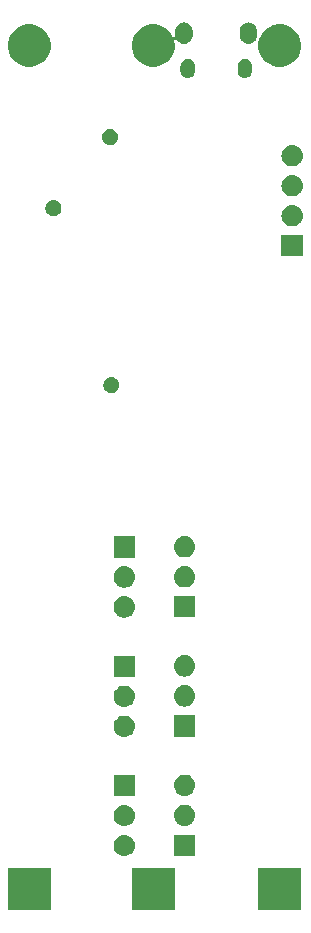
<source format=gbr>
G04 #@! TF.GenerationSoftware,KiCad,Pcbnew,(5.1.4)-1*
G04 #@! TF.CreationDate,2021-01-27T11:02:31-06:00*
G04 #@! TF.ProjectId,ULPSoilMonitor,554c5053-6f69-46c4-9d6f-6e69746f722e,v2.2*
G04 #@! TF.SameCoordinates,Original*
G04 #@! TF.FileFunction,Soldermask,Bot*
G04 #@! TF.FilePolarity,Negative*
%FSLAX46Y46*%
G04 Gerber Fmt 4.6, Leading zero omitted, Abs format (unit mm)*
G04 Created by KiCad (PCBNEW (5.1.4)-1) date 2021-01-27 11:02:31*
%MOMM*%
%LPD*%
G04 APERTURE LIST*
%ADD10C,0.100000*%
G04 APERTURE END LIST*
D10*
G36*
X43251000Y-103951000D02*
G01*
X39649000Y-103951000D01*
X39649000Y-100349000D01*
X43251000Y-100349000D01*
X43251000Y-103951000D01*
X43251000Y-103951000D01*
G37*
G36*
X53751000Y-103951000D02*
G01*
X50149000Y-103951000D01*
X50149000Y-100349000D01*
X53751000Y-100349000D01*
X53751000Y-103951000D01*
X53751000Y-103951000D01*
G37*
G36*
X64451000Y-103951000D02*
G01*
X60849000Y-103951000D01*
X60849000Y-100349000D01*
X64451000Y-100349000D01*
X64451000Y-103951000D01*
X64451000Y-103951000D01*
G37*
G36*
X49610443Y-97585519D02*
G01*
X49676627Y-97592037D01*
X49846466Y-97643557D01*
X50002991Y-97727222D01*
X50038729Y-97756552D01*
X50140186Y-97839814D01*
X50223448Y-97941271D01*
X50252778Y-97977009D01*
X50336443Y-98133534D01*
X50387963Y-98303373D01*
X50405359Y-98480000D01*
X50387963Y-98656627D01*
X50336443Y-98826466D01*
X50252778Y-98982991D01*
X50223448Y-99018729D01*
X50140186Y-99120186D01*
X50038729Y-99203448D01*
X50002991Y-99232778D01*
X49846466Y-99316443D01*
X49676627Y-99367963D01*
X49610442Y-99374482D01*
X49544260Y-99381000D01*
X49455740Y-99381000D01*
X49389558Y-99374482D01*
X49323373Y-99367963D01*
X49153534Y-99316443D01*
X48997009Y-99232778D01*
X48961271Y-99203448D01*
X48859814Y-99120186D01*
X48776552Y-99018729D01*
X48747222Y-98982991D01*
X48663557Y-98826466D01*
X48612037Y-98656627D01*
X48594641Y-98480000D01*
X48612037Y-98303373D01*
X48663557Y-98133534D01*
X48747222Y-97977009D01*
X48776552Y-97941271D01*
X48859814Y-97839814D01*
X48961271Y-97756552D01*
X48997009Y-97727222D01*
X49153534Y-97643557D01*
X49323373Y-97592037D01*
X49389557Y-97585519D01*
X49455740Y-97579000D01*
X49544260Y-97579000D01*
X49610443Y-97585519D01*
X49610443Y-97585519D01*
G37*
G36*
X55501000Y-99351000D02*
G01*
X53699000Y-99351000D01*
X53699000Y-97549000D01*
X55501000Y-97549000D01*
X55501000Y-99351000D01*
X55501000Y-99351000D01*
G37*
G36*
X49610442Y-95045518D02*
G01*
X49676627Y-95052037D01*
X49846466Y-95103557D01*
X50002991Y-95187222D01*
X50038729Y-95216552D01*
X50140186Y-95299814D01*
X50223448Y-95401271D01*
X50252778Y-95437009D01*
X50252779Y-95437011D01*
X50320407Y-95563532D01*
X50336443Y-95593534D01*
X50387963Y-95763373D01*
X50405359Y-95940000D01*
X50387963Y-96116627D01*
X50336443Y-96286466D01*
X50252778Y-96442991D01*
X50223448Y-96478729D01*
X50140186Y-96580186D01*
X50039546Y-96662778D01*
X50002991Y-96692778D01*
X50002989Y-96692779D01*
X49902594Y-96746442D01*
X49846466Y-96776443D01*
X49676627Y-96827963D01*
X49610442Y-96834482D01*
X49544260Y-96841000D01*
X49455740Y-96841000D01*
X49389558Y-96834482D01*
X49323373Y-96827963D01*
X49153534Y-96776443D01*
X49097407Y-96746442D01*
X48997011Y-96692779D01*
X48997009Y-96692778D01*
X48960454Y-96662778D01*
X48859814Y-96580186D01*
X48776552Y-96478729D01*
X48747222Y-96442991D01*
X48663557Y-96286466D01*
X48612037Y-96116627D01*
X48594641Y-95940000D01*
X48612037Y-95763373D01*
X48663557Y-95593534D01*
X48679594Y-95563532D01*
X48747221Y-95437011D01*
X48747222Y-95437009D01*
X48776552Y-95401271D01*
X48859814Y-95299814D01*
X48961271Y-95216552D01*
X48997009Y-95187222D01*
X49153534Y-95103557D01*
X49323373Y-95052037D01*
X49389558Y-95045518D01*
X49455740Y-95039000D01*
X49544260Y-95039000D01*
X49610442Y-95045518D01*
X49610442Y-95045518D01*
G37*
G36*
X54710443Y-95015519D02*
G01*
X54776627Y-95022037D01*
X54946466Y-95073557D01*
X54946468Y-95073558D01*
X55024729Y-95115390D01*
X55102991Y-95157222D01*
X55138729Y-95186552D01*
X55240186Y-95269814D01*
X55323448Y-95371271D01*
X55352778Y-95407009D01*
X55436443Y-95563534D01*
X55487963Y-95733373D01*
X55505359Y-95910000D01*
X55487963Y-96086627D01*
X55436443Y-96256466D01*
X55436442Y-96256468D01*
X55394610Y-96334729D01*
X55352778Y-96412991D01*
X55328159Y-96442989D01*
X55240186Y-96550186D01*
X55138729Y-96633448D01*
X55102991Y-96662778D01*
X54946466Y-96746443D01*
X54776627Y-96797963D01*
X54710442Y-96804482D01*
X54644260Y-96811000D01*
X54555740Y-96811000D01*
X54489558Y-96804482D01*
X54423373Y-96797963D01*
X54253534Y-96746443D01*
X54097009Y-96662778D01*
X54061271Y-96633448D01*
X53959814Y-96550186D01*
X53871841Y-96442989D01*
X53847222Y-96412991D01*
X53805389Y-96334728D01*
X53763558Y-96256468D01*
X53763557Y-96256466D01*
X53712037Y-96086627D01*
X53694641Y-95910000D01*
X53712037Y-95733373D01*
X53763557Y-95563534D01*
X53847222Y-95407009D01*
X53876552Y-95371271D01*
X53959814Y-95269814D01*
X54061271Y-95186552D01*
X54097009Y-95157222D01*
X54175271Y-95115390D01*
X54253532Y-95073558D01*
X54253534Y-95073557D01*
X54423373Y-95022037D01*
X54489557Y-95015519D01*
X54555740Y-95009000D01*
X54644260Y-95009000D01*
X54710443Y-95015519D01*
X54710443Y-95015519D01*
G37*
G36*
X50401000Y-94301000D02*
G01*
X48599000Y-94301000D01*
X48599000Y-92499000D01*
X50401000Y-92499000D01*
X50401000Y-94301000D01*
X50401000Y-94301000D01*
G37*
G36*
X54710442Y-92475518D02*
G01*
X54776627Y-92482037D01*
X54946466Y-92533557D01*
X55102991Y-92617222D01*
X55138729Y-92646552D01*
X55240186Y-92729814D01*
X55323448Y-92831271D01*
X55352778Y-92867009D01*
X55436443Y-93023534D01*
X55487963Y-93193373D01*
X55505359Y-93370000D01*
X55487963Y-93546627D01*
X55436443Y-93716466D01*
X55352778Y-93872991D01*
X55323448Y-93908729D01*
X55240186Y-94010186D01*
X55138729Y-94093448D01*
X55102991Y-94122778D01*
X54946466Y-94206443D01*
X54776627Y-94257963D01*
X54710443Y-94264481D01*
X54644260Y-94271000D01*
X54555740Y-94271000D01*
X54489557Y-94264481D01*
X54423373Y-94257963D01*
X54253534Y-94206443D01*
X54097009Y-94122778D01*
X54061271Y-94093448D01*
X53959814Y-94010186D01*
X53876552Y-93908729D01*
X53847222Y-93872991D01*
X53763557Y-93716466D01*
X53712037Y-93546627D01*
X53694641Y-93370000D01*
X53712037Y-93193373D01*
X53763557Y-93023534D01*
X53847222Y-92867009D01*
X53876552Y-92831271D01*
X53959814Y-92729814D01*
X54061271Y-92646552D01*
X54097009Y-92617222D01*
X54253534Y-92533557D01*
X54423373Y-92482037D01*
X54489558Y-92475518D01*
X54555740Y-92469000D01*
X54644260Y-92469000D01*
X54710442Y-92475518D01*
X54710442Y-92475518D01*
G37*
G36*
X49610442Y-87485518D02*
G01*
X49676627Y-87492037D01*
X49846466Y-87543557D01*
X50002991Y-87627222D01*
X50038729Y-87656552D01*
X50140186Y-87739814D01*
X50223448Y-87841271D01*
X50252778Y-87877009D01*
X50336443Y-88033534D01*
X50387963Y-88203373D01*
X50405359Y-88380000D01*
X50387963Y-88556627D01*
X50336443Y-88726466D01*
X50252778Y-88882991D01*
X50223448Y-88918729D01*
X50140186Y-89020186D01*
X50038729Y-89103448D01*
X50002991Y-89132778D01*
X49846466Y-89216443D01*
X49676627Y-89267963D01*
X49610442Y-89274482D01*
X49544260Y-89281000D01*
X49455740Y-89281000D01*
X49389558Y-89274482D01*
X49323373Y-89267963D01*
X49153534Y-89216443D01*
X48997009Y-89132778D01*
X48961271Y-89103448D01*
X48859814Y-89020186D01*
X48776552Y-88918729D01*
X48747222Y-88882991D01*
X48663557Y-88726466D01*
X48612037Y-88556627D01*
X48594641Y-88380000D01*
X48612037Y-88203373D01*
X48663557Y-88033534D01*
X48747222Y-87877009D01*
X48776552Y-87841271D01*
X48859814Y-87739814D01*
X48961271Y-87656552D01*
X48997009Y-87627222D01*
X49153534Y-87543557D01*
X49323373Y-87492037D01*
X49389558Y-87485518D01*
X49455740Y-87479000D01*
X49544260Y-87479000D01*
X49610442Y-87485518D01*
X49610442Y-87485518D01*
G37*
G36*
X55501000Y-89251800D02*
G01*
X53699000Y-89251800D01*
X53699000Y-87449800D01*
X55501000Y-87449800D01*
X55501000Y-89251800D01*
X55501000Y-89251800D01*
G37*
G36*
X49610442Y-84945518D02*
G01*
X49676627Y-84952037D01*
X49846466Y-85003557D01*
X50002991Y-85087222D01*
X50038729Y-85116552D01*
X50140186Y-85199814D01*
X50223448Y-85301271D01*
X50252778Y-85337009D01*
X50336443Y-85493534D01*
X50387963Y-85663373D01*
X50405359Y-85840000D01*
X50387963Y-86016627D01*
X50336443Y-86186466D01*
X50252778Y-86342991D01*
X50223448Y-86378729D01*
X50140186Y-86480186D01*
X50038729Y-86563448D01*
X50002991Y-86592778D01*
X49846466Y-86676443D01*
X49676627Y-86727963D01*
X49610443Y-86734481D01*
X49544260Y-86741000D01*
X49455740Y-86741000D01*
X49389557Y-86734481D01*
X49323373Y-86727963D01*
X49153534Y-86676443D01*
X48997009Y-86592778D01*
X48961271Y-86563448D01*
X48859814Y-86480186D01*
X48776552Y-86378729D01*
X48747222Y-86342991D01*
X48663557Y-86186466D01*
X48612037Y-86016627D01*
X48594641Y-85840000D01*
X48612037Y-85663373D01*
X48663557Y-85493534D01*
X48747222Y-85337009D01*
X48776552Y-85301271D01*
X48859814Y-85199814D01*
X48961271Y-85116552D01*
X48997009Y-85087222D01*
X49153534Y-85003557D01*
X49323373Y-84952037D01*
X49389558Y-84945518D01*
X49455740Y-84939000D01*
X49544260Y-84939000D01*
X49610442Y-84945518D01*
X49610442Y-84945518D01*
G37*
G36*
X54710443Y-84916319D02*
G01*
X54776627Y-84922837D01*
X54946466Y-84974357D01*
X55102991Y-85058022D01*
X55138570Y-85087221D01*
X55240186Y-85170614D01*
X55323448Y-85272071D01*
X55352778Y-85307809D01*
X55436443Y-85464334D01*
X55487963Y-85634173D01*
X55505359Y-85810800D01*
X55487963Y-85987427D01*
X55436443Y-86157266D01*
X55352778Y-86313791D01*
X55328816Y-86342989D01*
X55240186Y-86450986D01*
X55138729Y-86534248D01*
X55102991Y-86563578D01*
X54946466Y-86647243D01*
X54776627Y-86698763D01*
X54710442Y-86705282D01*
X54644260Y-86711800D01*
X54555740Y-86711800D01*
X54489558Y-86705282D01*
X54423373Y-86698763D01*
X54253534Y-86647243D01*
X54097009Y-86563578D01*
X54061271Y-86534248D01*
X53959814Y-86450986D01*
X53871184Y-86342989D01*
X53847222Y-86313791D01*
X53763557Y-86157266D01*
X53712037Y-85987427D01*
X53694641Y-85810800D01*
X53712037Y-85634173D01*
X53763557Y-85464334D01*
X53847222Y-85307809D01*
X53876552Y-85272071D01*
X53959814Y-85170614D01*
X54061430Y-85087221D01*
X54097009Y-85058022D01*
X54253534Y-84974357D01*
X54423373Y-84922837D01*
X54489557Y-84916319D01*
X54555740Y-84909800D01*
X54644260Y-84909800D01*
X54710443Y-84916319D01*
X54710443Y-84916319D01*
G37*
G36*
X50401000Y-84201000D02*
G01*
X48599000Y-84201000D01*
X48599000Y-82399000D01*
X50401000Y-82399000D01*
X50401000Y-84201000D01*
X50401000Y-84201000D01*
G37*
G36*
X54710442Y-82376318D02*
G01*
X54776627Y-82382837D01*
X54946466Y-82434357D01*
X55102991Y-82518022D01*
X55138729Y-82547352D01*
X55240186Y-82630614D01*
X55323448Y-82732071D01*
X55352778Y-82767809D01*
X55436443Y-82924334D01*
X55487963Y-83094173D01*
X55505359Y-83270800D01*
X55487963Y-83447427D01*
X55436443Y-83617266D01*
X55352778Y-83773791D01*
X55323448Y-83809529D01*
X55240186Y-83910986D01*
X55138729Y-83994248D01*
X55102991Y-84023578D01*
X54946466Y-84107243D01*
X54776627Y-84158763D01*
X54710443Y-84165281D01*
X54644260Y-84171800D01*
X54555740Y-84171800D01*
X54489557Y-84165281D01*
X54423373Y-84158763D01*
X54253534Y-84107243D01*
X54097009Y-84023578D01*
X54061271Y-83994248D01*
X53959814Y-83910986D01*
X53876552Y-83809529D01*
X53847222Y-83773791D01*
X53763557Y-83617266D01*
X53712037Y-83447427D01*
X53694641Y-83270800D01*
X53712037Y-83094173D01*
X53763557Y-82924334D01*
X53847222Y-82767809D01*
X53876552Y-82732071D01*
X53959814Y-82630614D01*
X54061271Y-82547352D01*
X54097009Y-82518022D01*
X54253534Y-82434357D01*
X54423373Y-82382837D01*
X54489558Y-82376318D01*
X54555740Y-82369800D01*
X54644260Y-82369800D01*
X54710442Y-82376318D01*
X54710442Y-82376318D01*
G37*
G36*
X49610443Y-77385519D02*
G01*
X49676627Y-77392037D01*
X49846466Y-77443557D01*
X50002991Y-77527222D01*
X50038729Y-77556552D01*
X50140186Y-77639814D01*
X50223448Y-77741271D01*
X50252778Y-77777009D01*
X50336443Y-77933534D01*
X50387963Y-78103373D01*
X50405359Y-78280000D01*
X50387963Y-78456627D01*
X50336443Y-78626466D01*
X50252778Y-78782991D01*
X50223448Y-78818729D01*
X50140186Y-78920186D01*
X50038729Y-79003448D01*
X50002991Y-79032778D01*
X49846466Y-79116443D01*
X49676627Y-79167963D01*
X49610442Y-79174482D01*
X49544260Y-79181000D01*
X49455740Y-79181000D01*
X49389558Y-79174482D01*
X49323373Y-79167963D01*
X49153534Y-79116443D01*
X48997009Y-79032778D01*
X48961271Y-79003448D01*
X48859814Y-78920186D01*
X48776552Y-78818729D01*
X48747222Y-78782991D01*
X48663557Y-78626466D01*
X48612037Y-78456627D01*
X48594641Y-78280000D01*
X48612037Y-78103373D01*
X48663557Y-77933534D01*
X48747222Y-77777009D01*
X48776552Y-77741271D01*
X48859814Y-77639814D01*
X48961271Y-77556552D01*
X48997009Y-77527222D01*
X49153534Y-77443557D01*
X49323373Y-77392037D01*
X49389557Y-77385519D01*
X49455740Y-77379000D01*
X49544260Y-77379000D01*
X49610443Y-77385519D01*
X49610443Y-77385519D01*
G37*
G36*
X55501000Y-79151000D02*
G01*
X53699000Y-79151000D01*
X53699000Y-77349000D01*
X55501000Y-77349000D01*
X55501000Y-79151000D01*
X55501000Y-79151000D01*
G37*
G36*
X49610443Y-74845519D02*
G01*
X49676627Y-74852037D01*
X49846466Y-74903557D01*
X50002991Y-74987222D01*
X50038729Y-75016552D01*
X50140186Y-75099814D01*
X50223448Y-75201271D01*
X50252778Y-75237009D01*
X50252779Y-75237011D01*
X50320407Y-75363532D01*
X50336443Y-75393534D01*
X50387963Y-75563373D01*
X50405359Y-75740000D01*
X50387963Y-75916627D01*
X50336443Y-76086466D01*
X50252778Y-76242991D01*
X50223448Y-76278729D01*
X50140186Y-76380186D01*
X50039546Y-76462778D01*
X50002991Y-76492778D01*
X50002989Y-76492779D01*
X49902594Y-76546442D01*
X49846466Y-76576443D01*
X49676627Y-76627963D01*
X49610443Y-76634481D01*
X49544260Y-76641000D01*
X49455740Y-76641000D01*
X49389557Y-76634481D01*
X49323373Y-76627963D01*
X49153534Y-76576443D01*
X49097407Y-76546442D01*
X48997011Y-76492779D01*
X48997009Y-76492778D01*
X48960454Y-76462778D01*
X48859814Y-76380186D01*
X48776552Y-76278729D01*
X48747222Y-76242991D01*
X48663557Y-76086466D01*
X48612037Y-75916627D01*
X48594641Y-75740000D01*
X48612037Y-75563373D01*
X48663557Y-75393534D01*
X48679594Y-75363532D01*
X48747221Y-75237011D01*
X48747222Y-75237009D01*
X48776552Y-75201271D01*
X48859814Y-75099814D01*
X48961271Y-75016552D01*
X48997009Y-74987222D01*
X49153534Y-74903557D01*
X49323373Y-74852037D01*
X49389557Y-74845519D01*
X49455740Y-74839000D01*
X49544260Y-74839000D01*
X49610443Y-74845519D01*
X49610443Y-74845519D01*
G37*
G36*
X54710442Y-74815518D02*
G01*
X54776627Y-74822037D01*
X54946466Y-74873557D01*
X54946468Y-74873558D01*
X55024729Y-74915390D01*
X55102991Y-74957222D01*
X55138729Y-74986552D01*
X55240186Y-75069814D01*
X55323448Y-75171271D01*
X55352778Y-75207009D01*
X55436443Y-75363534D01*
X55487963Y-75533373D01*
X55505359Y-75710000D01*
X55487963Y-75886627D01*
X55436443Y-76056466D01*
X55436442Y-76056468D01*
X55394611Y-76134728D01*
X55352778Y-76212991D01*
X55328159Y-76242989D01*
X55240186Y-76350186D01*
X55138729Y-76433448D01*
X55102991Y-76462778D01*
X54946466Y-76546443D01*
X54776627Y-76597963D01*
X54710442Y-76604482D01*
X54644260Y-76611000D01*
X54555740Y-76611000D01*
X54489558Y-76604482D01*
X54423373Y-76597963D01*
X54253534Y-76546443D01*
X54097009Y-76462778D01*
X54061271Y-76433448D01*
X53959814Y-76350186D01*
X53871841Y-76242989D01*
X53847222Y-76212991D01*
X53805390Y-76134729D01*
X53763558Y-76056468D01*
X53763557Y-76056466D01*
X53712037Y-75886627D01*
X53694641Y-75710000D01*
X53712037Y-75533373D01*
X53763557Y-75363534D01*
X53847222Y-75207009D01*
X53876552Y-75171271D01*
X53959814Y-75069814D01*
X54061271Y-74986552D01*
X54097009Y-74957222D01*
X54175271Y-74915390D01*
X54253532Y-74873558D01*
X54253534Y-74873557D01*
X54423373Y-74822037D01*
X54489558Y-74815518D01*
X54555740Y-74809000D01*
X54644260Y-74809000D01*
X54710442Y-74815518D01*
X54710442Y-74815518D01*
G37*
G36*
X50401000Y-74101000D02*
G01*
X48599000Y-74101000D01*
X48599000Y-72299000D01*
X50401000Y-72299000D01*
X50401000Y-74101000D01*
X50401000Y-74101000D01*
G37*
G36*
X54710442Y-72275518D02*
G01*
X54776627Y-72282037D01*
X54946466Y-72333557D01*
X55102991Y-72417222D01*
X55138729Y-72446552D01*
X55240186Y-72529814D01*
X55323448Y-72631271D01*
X55352778Y-72667009D01*
X55436443Y-72823534D01*
X55487963Y-72993373D01*
X55505359Y-73170000D01*
X55487963Y-73346627D01*
X55436443Y-73516466D01*
X55352778Y-73672991D01*
X55323448Y-73708729D01*
X55240186Y-73810186D01*
X55138729Y-73893448D01*
X55102991Y-73922778D01*
X54946466Y-74006443D01*
X54776627Y-74057963D01*
X54710443Y-74064481D01*
X54644260Y-74071000D01*
X54555740Y-74071000D01*
X54489557Y-74064481D01*
X54423373Y-74057963D01*
X54253534Y-74006443D01*
X54097009Y-73922778D01*
X54061271Y-73893448D01*
X53959814Y-73810186D01*
X53876552Y-73708729D01*
X53847222Y-73672991D01*
X53763557Y-73516466D01*
X53712037Y-73346627D01*
X53694641Y-73170000D01*
X53712037Y-72993373D01*
X53763557Y-72823534D01*
X53847222Y-72667009D01*
X53876552Y-72631271D01*
X53959814Y-72529814D01*
X54061271Y-72446552D01*
X54097009Y-72417222D01*
X54253534Y-72333557D01*
X54423373Y-72282037D01*
X54489558Y-72275518D01*
X54555740Y-72269000D01*
X54644260Y-72269000D01*
X54710442Y-72275518D01*
X54710442Y-72275518D01*
G37*
G36*
X48553648Y-58841319D02*
G01*
X48597182Y-58849978D01*
X48720206Y-58900936D01*
X48830925Y-58974916D01*
X48925084Y-59069075D01*
X48999064Y-59179794D01*
X49050022Y-59302818D01*
X49076000Y-59433420D01*
X49076000Y-59566580D01*
X49050022Y-59697182D01*
X48999064Y-59820206D01*
X48925084Y-59930925D01*
X48830925Y-60025084D01*
X48720206Y-60099064D01*
X48597182Y-60150022D01*
X48553648Y-60158681D01*
X48466582Y-60176000D01*
X48333418Y-60176000D01*
X48246352Y-60158681D01*
X48202818Y-60150022D01*
X48079794Y-60099064D01*
X47969075Y-60025084D01*
X47874916Y-59930925D01*
X47800936Y-59820206D01*
X47749978Y-59697182D01*
X47724000Y-59566580D01*
X47724000Y-59433420D01*
X47749978Y-59302818D01*
X47800936Y-59179794D01*
X47874916Y-59069075D01*
X47969075Y-58974916D01*
X48079794Y-58900936D01*
X48202818Y-58849978D01*
X48246352Y-58841319D01*
X48333418Y-58824000D01*
X48466582Y-58824000D01*
X48553648Y-58841319D01*
X48553648Y-58841319D01*
G37*
G36*
X64601000Y-48601000D02*
G01*
X62799000Y-48601000D01*
X62799000Y-46799000D01*
X64601000Y-46799000D01*
X64601000Y-48601000D01*
X64601000Y-48601000D01*
G37*
G36*
X63810442Y-44265518D02*
G01*
X63876627Y-44272037D01*
X64046466Y-44323557D01*
X64202991Y-44407222D01*
X64234911Y-44433418D01*
X64340186Y-44519814D01*
X64423448Y-44621271D01*
X64452778Y-44657009D01*
X64536443Y-44813534D01*
X64587963Y-44983373D01*
X64605359Y-45160000D01*
X64587963Y-45336627D01*
X64536443Y-45506466D01*
X64452778Y-45662991D01*
X64423448Y-45698729D01*
X64340186Y-45800186D01*
X64238729Y-45883448D01*
X64202991Y-45912778D01*
X64046466Y-45996443D01*
X63876627Y-46047963D01*
X63810443Y-46054481D01*
X63744260Y-46061000D01*
X63655740Y-46061000D01*
X63589557Y-46054481D01*
X63523373Y-46047963D01*
X63353534Y-45996443D01*
X63197009Y-45912778D01*
X63161271Y-45883448D01*
X63059814Y-45800186D01*
X62976552Y-45698729D01*
X62947222Y-45662991D01*
X62863557Y-45506466D01*
X62812037Y-45336627D01*
X62794641Y-45160000D01*
X62812037Y-44983373D01*
X62863557Y-44813534D01*
X62947222Y-44657009D01*
X62976552Y-44621271D01*
X63059814Y-44519814D01*
X63165089Y-44433418D01*
X63197009Y-44407222D01*
X63353534Y-44323557D01*
X63523373Y-44272037D01*
X63589558Y-44265518D01*
X63655740Y-44259000D01*
X63744260Y-44259000D01*
X63810442Y-44265518D01*
X63810442Y-44265518D01*
G37*
G36*
X43653648Y-43841319D02*
G01*
X43697182Y-43849978D01*
X43820206Y-43900936D01*
X43930925Y-43974916D01*
X44025084Y-44069075D01*
X44099064Y-44179794D01*
X44150022Y-44302818D01*
X44176000Y-44433420D01*
X44176000Y-44566580D01*
X44150022Y-44697182D01*
X44099064Y-44820206D01*
X44025084Y-44930925D01*
X43930925Y-45025084D01*
X43820206Y-45099064D01*
X43697182Y-45150022D01*
X43653648Y-45158681D01*
X43566582Y-45176000D01*
X43433418Y-45176000D01*
X43346352Y-45158681D01*
X43302818Y-45150022D01*
X43179794Y-45099064D01*
X43069075Y-45025084D01*
X42974916Y-44930925D01*
X42900936Y-44820206D01*
X42849978Y-44697182D01*
X42824000Y-44566580D01*
X42824000Y-44433420D01*
X42849978Y-44302818D01*
X42900936Y-44179794D01*
X42974916Y-44069075D01*
X43069075Y-43974916D01*
X43179794Y-43900936D01*
X43302818Y-43849978D01*
X43346352Y-43841319D01*
X43433418Y-43824000D01*
X43566582Y-43824000D01*
X43653648Y-43841319D01*
X43653648Y-43841319D01*
G37*
G36*
X63810443Y-41725519D02*
G01*
X63876627Y-41732037D01*
X64046466Y-41783557D01*
X64202991Y-41867222D01*
X64238729Y-41896552D01*
X64340186Y-41979814D01*
X64423448Y-42081271D01*
X64452778Y-42117009D01*
X64536443Y-42273534D01*
X64587963Y-42443373D01*
X64605359Y-42620000D01*
X64587963Y-42796627D01*
X64536443Y-42966466D01*
X64452778Y-43122991D01*
X64423448Y-43158729D01*
X64340186Y-43260186D01*
X64238729Y-43343448D01*
X64202991Y-43372778D01*
X64046466Y-43456443D01*
X63876627Y-43507963D01*
X63810443Y-43514481D01*
X63744260Y-43521000D01*
X63655740Y-43521000D01*
X63589557Y-43514481D01*
X63523373Y-43507963D01*
X63353534Y-43456443D01*
X63197009Y-43372778D01*
X63161271Y-43343448D01*
X63059814Y-43260186D01*
X62976552Y-43158729D01*
X62947222Y-43122991D01*
X62863557Y-42966466D01*
X62812037Y-42796627D01*
X62794641Y-42620000D01*
X62812037Y-42443373D01*
X62863557Y-42273534D01*
X62947222Y-42117009D01*
X62976552Y-42081271D01*
X63059814Y-41979814D01*
X63161271Y-41896552D01*
X63197009Y-41867222D01*
X63353534Y-41783557D01*
X63523373Y-41732037D01*
X63589557Y-41725519D01*
X63655740Y-41719000D01*
X63744260Y-41719000D01*
X63810443Y-41725519D01*
X63810443Y-41725519D01*
G37*
G36*
X63810442Y-39185518D02*
G01*
X63876627Y-39192037D01*
X64046466Y-39243557D01*
X64202991Y-39327222D01*
X64238729Y-39356552D01*
X64340186Y-39439814D01*
X64423448Y-39541271D01*
X64452778Y-39577009D01*
X64536443Y-39733534D01*
X64587963Y-39903373D01*
X64605359Y-40080000D01*
X64587963Y-40256627D01*
X64536443Y-40426466D01*
X64452778Y-40582991D01*
X64423448Y-40618729D01*
X64340186Y-40720186D01*
X64238729Y-40803448D01*
X64202991Y-40832778D01*
X64046466Y-40916443D01*
X63876627Y-40967963D01*
X63810443Y-40974481D01*
X63744260Y-40981000D01*
X63655740Y-40981000D01*
X63589557Y-40974481D01*
X63523373Y-40967963D01*
X63353534Y-40916443D01*
X63197009Y-40832778D01*
X63161271Y-40803448D01*
X63059814Y-40720186D01*
X62976552Y-40618729D01*
X62947222Y-40582991D01*
X62863557Y-40426466D01*
X62812037Y-40256627D01*
X62794641Y-40080000D01*
X62812037Y-39903373D01*
X62863557Y-39733534D01*
X62947222Y-39577009D01*
X62976552Y-39541271D01*
X63059814Y-39439814D01*
X63161271Y-39356552D01*
X63197009Y-39327222D01*
X63353534Y-39243557D01*
X63523373Y-39192037D01*
X63589558Y-39185518D01*
X63655740Y-39179000D01*
X63744260Y-39179000D01*
X63810442Y-39185518D01*
X63810442Y-39185518D01*
G37*
G36*
X48453648Y-37841319D02*
G01*
X48497182Y-37849978D01*
X48620206Y-37900936D01*
X48730925Y-37974916D01*
X48825084Y-38069075D01*
X48899064Y-38179794D01*
X48950022Y-38302818D01*
X48976000Y-38433420D01*
X48976000Y-38566580D01*
X48950022Y-38697182D01*
X48899064Y-38820206D01*
X48825084Y-38930925D01*
X48730925Y-39025084D01*
X48620206Y-39099064D01*
X48497182Y-39150022D01*
X48453648Y-39158681D01*
X48366582Y-39176000D01*
X48233418Y-39176000D01*
X48146352Y-39158681D01*
X48102818Y-39150022D01*
X47979794Y-39099064D01*
X47869075Y-39025084D01*
X47774916Y-38930925D01*
X47700936Y-38820206D01*
X47649978Y-38697182D01*
X47624000Y-38566580D01*
X47624000Y-38433420D01*
X47649978Y-38302818D01*
X47700936Y-38179794D01*
X47774916Y-38069075D01*
X47869075Y-37974916D01*
X47979794Y-37900936D01*
X48102818Y-37849978D01*
X48146352Y-37841319D01*
X48233418Y-37824000D01*
X48366582Y-37824000D01*
X48453648Y-37841319D01*
X48453648Y-37841319D01*
G37*
G36*
X54972818Y-31892696D02*
G01*
X55086105Y-31927062D01*
X55190512Y-31982869D01*
X55282027Y-32057973D01*
X55357131Y-32149488D01*
X55412938Y-32253895D01*
X55447304Y-32367182D01*
X55456000Y-32455482D01*
X55456000Y-32914519D01*
X55447304Y-33002818D01*
X55412938Y-33116105D01*
X55357131Y-33220512D01*
X55357130Y-33220513D01*
X55282027Y-33312027D01*
X55206923Y-33373662D01*
X55190511Y-33387131D01*
X55086104Y-33442938D01*
X54972817Y-33477304D01*
X54855000Y-33488907D01*
X54737182Y-33477304D01*
X54623895Y-33442938D01*
X54519488Y-33387131D01*
X54505572Y-33375711D01*
X54427973Y-33312027D01*
X54352870Y-33220512D01*
X54352869Y-33220511D01*
X54297062Y-33116104D01*
X54262696Y-33002817D01*
X54254000Y-32914518D01*
X54254000Y-32455481D01*
X54262696Y-32367182D01*
X54297062Y-32253895D01*
X54352869Y-32149488D01*
X54427974Y-32057973D01*
X54519489Y-31982869D01*
X54623896Y-31927062D01*
X54737183Y-31892696D01*
X54855000Y-31881093D01*
X54972818Y-31892696D01*
X54972818Y-31892696D01*
G37*
G36*
X59812818Y-31892696D02*
G01*
X59926105Y-31927062D01*
X60030512Y-31982869D01*
X60122027Y-32057973D01*
X60197131Y-32149488D01*
X60252938Y-32253895D01*
X60287304Y-32367182D01*
X60296000Y-32455482D01*
X60296000Y-32914519D01*
X60287304Y-33002818D01*
X60252938Y-33116105D01*
X60197131Y-33220512D01*
X60197130Y-33220513D01*
X60122027Y-33312027D01*
X60046923Y-33373662D01*
X60030511Y-33387131D01*
X59926104Y-33442938D01*
X59812817Y-33477304D01*
X59695000Y-33488907D01*
X59577182Y-33477304D01*
X59463895Y-33442938D01*
X59359488Y-33387131D01*
X59345572Y-33375711D01*
X59267973Y-33312027D01*
X59192870Y-33220512D01*
X59192869Y-33220511D01*
X59137062Y-33116104D01*
X59102696Y-33002817D01*
X59094000Y-32914518D01*
X59094000Y-32455481D01*
X59102696Y-32367182D01*
X59137062Y-32253895D01*
X59192869Y-32149488D01*
X59267974Y-32057973D01*
X59359489Y-31982869D01*
X59463896Y-31927062D01*
X59577183Y-31892696D01*
X59695000Y-31881093D01*
X59812818Y-31892696D01*
X59812818Y-31892696D01*
G37*
G36*
X63175331Y-29018211D02*
G01*
X63503092Y-29153974D01*
X63798070Y-29351072D01*
X64048928Y-29601930D01*
X64246026Y-29896908D01*
X64381789Y-30224669D01*
X64451000Y-30572616D01*
X64451000Y-30927384D01*
X64381789Y-31275331D01*
X64246026Y-31603092D01*
X64048928Y-31898070D01*
X63798070Y-32148928D01*
X63503092Y-32346026D01*
X63175331Y-32481789D01*
X62827384Y-32551000D01*
X62472616Y-32551000D01*
X62124669Y-32481789D01*
X61796908Y-32346026D01*
X61501930Y-32148928D01*
X61251072Y-31898070D01*
X61053974Y-31603092D01*
X60918211Y-31275331D01*
X60849000Y-30927384D01*
X60849000Y-30572616D01*
X60918211Y-30224669D01*
X61053974Y-29896908D01*
X61251072Y-29601930D01*
X61501930Y-29351072D01*
X61796908Y-29153974D01*
X62124669Y-29018211D01*
X62472616Y-28949000D01*
X62827384Y-28949000D01*
X63175331Y-29018211D01*
X63175331Y-29018211D01*
G37*
G36*
X41975331Y-29018211D02*
G01*
X42303092Y-29153974D01*
X42598070Y-29351072D01*
X42848928Y-29601930D01*
X43046026Y-29896908D01*
X43181789Y-30224669D01*
X43251000Y-30572616D01*
X43251000Y-30927384D01*
X43181789Y-31275331D01*
X43046026Y-31603092D01*
X42848928Y-31898070D01*
X42598070Y-32148928D01*
X42303092Y-32346026D01*
X41975331Y-32481789D01*
X41627384Y-32551000D01*
X41272616Y-32551000D01*
X40924669Y-32481789D01*
X40596908Y-32346026D01*
X40301930Y-32148928D01*
X40051072Y-31898070D01*
X39853974Y-31603092D01*
X39718211Y-31275331D01*
X39649000Y-30927384D01*
X39649000Y-30572616D01*
X39718211Y-30224669D01*
X39853974Y-29896908D01*
X40051072Y-29601930D01*
X40301930Y-29351072D01*
X40596908Y-29153974D01*
X40924669Y-29018211D01*
X41272616Y-28949000D01*
X41627384Y-28949000D01*
X41975331Y-29018211D01*
X41975331Y-29018211D01*
G37*
G36*
X54687321Y-28794505D02*
G01*
X54824172Y-28836019D01*
X54824175Y-28836020D01*
X54950294Y-28903432D01*
X55060843Y-28994157D01*
X55151568Y-29104706D01*
X55218980Y-29230824D01*
X55218981Y-29230828D01*
X55260495Y-29367680D01*
X55271000Y-29474342D01*
X55271000Y-29895659D01*
X55260495Y-30002321D01*
X55242836Y-30060534D01*
X55218980Y-30139175D01*
X55151568Y-30265294D01*
X55060843Y-30375842D01*
X54950293Y-30466568D01*
X54824174Y-30533980D01*
X54824171Y-30533981D01*
X54687320Y-30575495D01*
X54545000Y-30589512D01*
X54402679Y-30575495D01*
X54265828Y-30533981D01*
X54265825Y-30533980D01*
X54139706Y-30466568D01*
X54029158Y-30375843D01*
X53936620Y-30263085D01*
X53926163Y-30247436D01*
X53908836Y-30230109D01*
X53888461Y-30216496D01*
X53865822Y-30207119D01*
X53841789Y-30202339D01*
X53817285Y-30202339D01*
X53793252Y-30207120D01*
X53770613Y-30216498D01*
X53750239Y-30230112D01*
X53732912Y-30247439D01*
X53719299Y-30267814D01*
X53709922Y-30290453D01*
X53705142Y-30314486D01*
X53706942Y-30351122D01*
X53751000Y-30572616D01*
X53751000Y-30927384D01*
X53681789Y-31275331D01*
X53546026Y-31603092D01*
X53348928Y-31898070D01*
X53098070Y-32148928D01*
X52803092Y-32346026D01*
X52475331Y-32481789D01*
X52127384Y-32551000D01*
X51772616Y-32551000D01*
X51424669Y-32481789D01*
X51096908Y-32346026D01*
X50801930Y-32148928D01*
X50551072Y-31898070D01*
X50353974Y-31603092D01*
X50218211Y-31275331D01*
X50149000Y-30927384D01*
X50149000Y-30572616D01*
X50218211Y-30224669D01*
X50353974Y-29896908D01*
X50551072Y-29601930D01*
X50801930Y-29351072D01*
X51096908Y-29153974D01*
X51424669Y-29018211D01*
X51772616Y-28949000D01*
X52127384Y-28949000D01*
X52475331Y-29018211D01*
X52803092Y-29153974D01*
X53098070Y-29351072D01*
X53348928Y-29601930D01*
X53546026Y-29896908D01*
X53581840Y-29983370D01*
X53593391Y-30004981D01*
X53608936Y-30023923D01*
X53627878Y-30039468D01*
X53649489Y-30051019D01*
X53672938Y-30058132D01*
X53697324Y-30060534D01*
X53721710Y-30058132D01*
X53745159Y-30051019D01*
X53766770Y-30039468D01*
X53785712Y-30023923D01*
X53801257Y-30004981D01*
X53812808Y-29983370D01*
X53819921Y-29959921D01*
X53822323Y-29935535D01*
X53821721Y-29923282D01*
X53819000Y-29895658D01*
X53819000Y-29474340D01*
X53829505Y-29367681D01*
X53829505Y-29367679D01*
X53871019Y-29230828D01*
X53871020Y-29230825D01*
X53938432Y-29104706D01*
X54029158Y-28994157D01*
X54139707Y-28903432D01*
X54265826Y-28836020D01*
X54265829Y-28836019D01*
X54402680Y-28794505D01*
X54545000Y-28780488D01*
X54687321Y-28794505D01*
X54687321Y-28794505D01*
G37*
G36*
X60147321Y-28794505D02*
G01*
X60284172Y-28836019D01*
X60284175Y-28836020D01*
X60410294Y-28903432D01*
X60520843Y-28994157D01*
X60611568Y-29104706D01*
X60678980Y-29230824D01*
X60678981Y-29230828D01*
X60720495Y-29367680D01*
X60731000Y-29474342D01*
X60731000Y-29895659D01*
X60720495Y-30002321D01*
X60702836Y-30060534D01*
X60678980Y-30139175D01*
X60611568Y-30265294D01*
X60520843Y-30375842D01*
X60410293Y-30466568D01*
X60284174Y-30533980D01*
X60284171Y-30533981D01*
X60147320Y-30575495D01*
X60005000Y-30589512D01*
X59862679Y-30575495D01*
X59725828Y-30533981D01*
X59725825Y-30533980D01*
X59599706Y-30466568D01*
X59489158Y-30375843D01*
X59398432Y-30265293D01*
X59331020Y-30139174D01*
X59331019Y-30139171D01*
X59289505Y-30002320D01*
X59279000Y-29895658D01*
X59279000Y-29474341D01*
X59289505Y-29367679D01*
X59331019Y-29230828D01*
X59331020Y-29230825D01*
X59398432Y-29104706D01*
X59489158Y-28994157D01*
X59599707Y-28903432D01*
X59725826Y-28836020D01*
X59725829Y-28836019D01*
X59862680Y-28794505D01*
X60005000Y-28780488D01*
X60147321Y-28794505D01*
X60147321Y-28794505D01*
G37*
M02*

</source>
